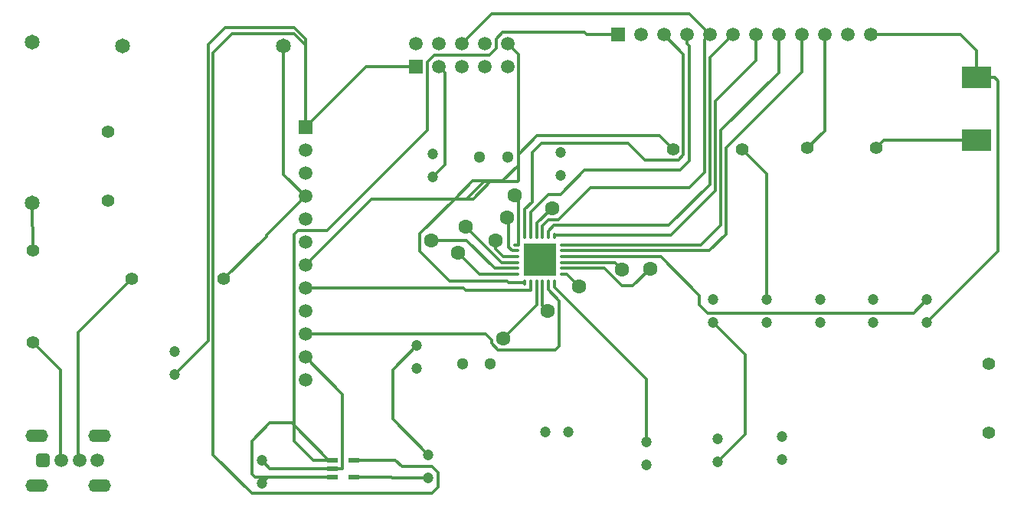
<source format=gtl>
%FSLAX25Y25*%
%MOIN*%
G70*
G01*
G75*
G04 Layer_Physical_Order=1*
G04 Layer_Color=255*
%ADD10O,0.02953X0.01181*%
%ADD11O,0.01181X0.02953*%
%ADD12R,0.14173X0.14173*%
%ADD13R,0.12992X0.09449*%
%ADD14R,0.05118X0.02165*%
%ADD15C,0.01181*%
%ADD16C,0.05512*%
%ADD17C,0.04724*%
%ADD18C,0.05118*%
%ADD19R,0.05906X0.05906*%
%ADD20C,0.05906*%
%ADD21R,0.05906X0.05906*%
%ADD22C,0.06496*%
%ADD23O,0.09843X0.05512*%
G04:AMPARAMS|DCode=24|XSize=59.84mil|YSize=59.84mil|CornerRadius=14.96mil|HoleSize=0mil|Usage=FLASHONLY|Rotation=270.000|XOffset=0mil|YOffset=0mil|HoleType=Round|Shape=RoundedRectangle|*
%AMROUNDEDRECTD24*
21,1,0.05984,0.02992,0,0,270.0*
21,1,0.02992,0.05984,0,0,270.0*
1,1,0.02992,-0.01496,-0.01496*
1,1,0.02992,-0.01496,0.01496*
1,1,0.02992,0.01496,0.01496*
1,1,0.02992,0.01496,-0.01496*
%
%ADD24ROUNDEDRECTD24*%
%ADD25C,0.05984*%
%ADD26C,0.06299*%
%ADD27C,0.01969*%
D10*
X441862Y430398D02*
D03*
Y427839D02*
D03*
Y425280D02*
D03*
Y422720D02*
D03*
Y420161D02*
D03*
Y417602D02*
D03*
X462138D02*
D03*
Y420161D02*
D03*
Y422720D02*
D03*
Y425280D02*
D03*
Y427839D02*
D03*
Y430398D02*
D03*
D11*
X445602Y413862D02*
D03*
X448161D02*
D03*
X450720D02*
D03*
X453280D02*
D03*
X455839D02*
D03*
X458398D02*
D03*
Y434138D02*
D03*
X455839D02*
D03*
X453280D02*
D03*
X450720D02*
D03*
X448161D02*
D03*
X445602D02*
D03*
D12*
X452000Y424000D02*
D03*
D13*
X642000Y503181D02*
D03*
Y475819D02*
D03*
D14*
X371224Y336740D02*
D03*
Y329260D02*
D03*
X361776D02*
D03*
Y333000D02*
D03*
Y336740D02*
D03*
D15*
X453280Y403820D02*
X455600Y401500D01*
X450720Y404320D02*
Y413862D01*
X436000Y389600D02*
X450720Y404320D01*
X388000Y376000D02*
X398500Y386500D01*
X388000Y354500D02*
Y376000D01*
Y354500D02*
X403500Y339000D01*
X527500Y396500D02*
X541500Y382500D01*
Y348000D02*
Y382500D01*
X529500Y336000D02*
X541500Y348000D01*
X231500Y428000D02*
Y438000D01*
X231000Y438500D02*
X231500Y438000D01*
X231000Y438500D02*
Y448500D01*
X334600Y352800D02*
X344240D01*
X326800Y345000D02*
X334600Y352800D01*
X326800Y330600D02*
Y345000D01*
Y330600D02*
X328140Y329260D01*
X331000Y336500D02*
X334500Y333000D01*
X361776D01*
X340500Y461000D02*
X350000Y451500D01*
X340500Y461000D02*
Y517000D01*
X251299Y392299D02*
X274500Y415500D01*
X251299Y337000D02*
Y392299D01*
X596000Y522000D02*
X635000D01*
X642000Y515000D01*
Y503181D02*
Y515000D01*
X314500Y415500D02*
X333000Y434000D01*
Y434500D01*
X350000Y451500D01*
X448161Y410500D02*
Y413862D01*
X419900Y410500D02*
X448161D01*
X418900Y411500D02*
X419900Y410500D01*
X350000Y411500D02*
X418900D01*
X350000Y381500D02*
X366200Y365300D01*
Y333000D02*
Y365300D01*
X361776Y333000D02*
X366200D01*
X620500Y396500D02*
X651600Y427600D01*
Y501581D01*
X650000Y503181D02*
X651600Y501581D01*
X642000Y503181D02*
X650000D01*
X350000Y391500D02*
X428400D01*
X431043Y388857D01*
Y387500D02*
Y388857D01*
Y387500D02*
X433943Y384600D01*
X458950D01*
X460600Y386250D01*
Y406000D01*
X455839Y410761D02*
X460600Y406000D01*
X455839Y410761D02*
Y413862D01*
X458398Y412031D02*
Y413862D01*
Y412031D02*
X498500Y371929D01*
Y344500D02*
Y371929D01*
X556000Y505387D02*
Y522000D01*
X530748Y480135D02*
X556000Y505387D01*
X530748Y438948D02*
Y480135D01*
X522198Y430398D02*
X530748Y438948D01*
X462138Y430398D02*
X522198D01*
X540000Y472000D02*
X550750Y461250D01*
Y406500D02*
Y461250D01*
X350000Y481500D02*
X376500Y508000D01*
X398000D01*
X614700Y400700D02*
X620500Y406500D01*
X525000Y400700D02*
X614700D01*
X521600Y404100D02*
X525000Y400700D01*
X521600Y404100D02*
Y408374D01*
X504694Y425280D02*
X521600Y408374D01*
X462138Y425280D02*
X504694D01*
X445602Y434138D02*
Y445850D01*
X448721Y448969D01*
Y470621D01*
X452800Y474700D01*
X490500D01*
X497800Y467400D01*
X512500D01*
X514600Y469500D01*
Y513400D01*
X506000Y522000D02*
X514600Y513400D01*
X504200Y477800D02*
X510000Y472000D01*
X450900Y477800D02*
X504200D01*
X442800Y469700D02*
X450900Y477800D01*
X442580Y457880D02*
X442800Y458100D01*
X430620Y457880D02*
X442580D01*
X423041Y450300D02*
X430620Y457880D01*
X350000Y421500D02*
X378800Y450300D01*
X438000Y518000D02*
X442800Y513200D01*
X420161Y450300D02*
X427741Y457880D01*
X566000Y505528D02*
Y522000D01*
X533110Y472638D02*
X566000Y505528D01*
X533110Y434978D02*
Y472638D01*
X525971Y427839D02*
X533110Y434978D01*
X462138Y427839D02*
X525971D01*
X419900Y438200D02*
X435380Y422720D01*
X441862D01*
X440000Y427839D02*
X441862D01*
X438614Y429225D02*
X440000Y427839D01*
X438614Y429225D02*
Y441486D01*
X437700Y442400D02*
X438614Y441486D01*
X435900Y458100D02*
X442800Y465000D01*
X422800Y458100D02*
X435900D01*
X399879Y427479D02*
Y435179D01*
Y427479D02*
X412783Y414575D01*
X437825D01*
X438600Y413800D01*
X445602D02*
Y413862D01*
X408000Y508000D02*
X410700Y505300D01*
Y465200D02*
Y505300D01*
X405500Y460000D02*
X410700Y465200D01*
X345200Y345000D02*
X353460Y336740D01*
X345200Y435000D02*
X346900Y436700D01*
X359600D01*
X403200Y480300D01*
Y510000D01*
X406200Y513000D01*
X430000D01*
X433000Y516000D01*
Y520000D01*
X435800Y522800D01*
X471600D01*
X472400Y522000D01*
X486000D01*
X371224Y329260D02*
X387400D01*
X387660Y329000D01*
X403500D01*
X568500Y472500D02*
X576000Y480000D01*
Y522000D01*
X462138Y417602D02*
X463917D01*
X469120Y412400D01*
X484680Y422720D02*
X487700Y419700D01*
X462138Y422720D02*
X484680D01*
X450720Y434138D02*
Y435000D01*
X450917Y435197D01*
Y440000D01*
X457317Y446400D01*
X457500D01*
X371224Y336740D02*
X389300D01*
X392140Y333900D01*
X405000D01*
X407700Y331200D01*
Y324800D02*
Y331200D01*
X405000Y322100D02*
X407700Y324800D01*
X326700Y322100D02*
X405000D01*
X309900Y338900D02*
X326700Y322100D01*
X309900Y338900D02*
Y513900D01*
X318300Y522300D01*
X345000D01*
X350000Y517300D01*
Y481500D02*
Y517300D01*
X293000Y374000D02*
X307700Y388700D01*
Y517500D01*
X315000Y524800D01*
X345000D01*
X350000Y519800D01*
X462138Y420161D02*
X480239D01*
X487900Y412500D01*
X492500D01*
X500000Y420000D01*
X448161Y434138D02*
Y444491D01*
X455921Y452250D01*
X460984D01*
X471634Y462900D01*
X513000D01*
X517000Y466900D01*
Y517000D01*
X516000Y518000D02*
X517000Y517000D01*
X516000Y518000D02*
Y522000D01*
X418000Y518000D02*
X431000Y531000D01*
X517000D01*
X526000Y522000D01*
X453280Y434138D02*
Y438603D01*
X455860Y441183D01*
X460000D01*
X474217Y455400D01*
X517100D01*
X523661Y461961D01*
Y519661D01*
X526000Y522000D01*
X458398Y434138D02*
Y434551D01*
X509051D02*
X528386Y453886D01*
Y492838D01*
X546000Y510452D01*
Y522000D01*
X455839Y434138D02*
Y436391D01*
X458269Y438821D01*
X508121D01*
X526024Y456724D01*
Y512024D01*
X536000Y522000D01*
X453280Y403820D02*
Y413862D01*
X416500Y426800D02*
X425698Y417602D01*
X441862D01*
X432425Y420161D02*
X441862D01*
X420186Y432400D02*
X432425Y420161D01*
X404800Y432400D02*
X420186D01*
X441300Y451900D02*
X442700Y450500D01*
X441862Y430398D02*
X442700D01*
X243425Y337000D02*
Y376075D01*
X231500Y388000D02*
X243425Y376075D01*
X598500Y472500D02*
X601819Y475819D01*
X642000D01*
X432879Y428652D02*
Y432401D01*
Y428652D02*
X436252Y425280D01*
X441862D01*
X331000Y326500D02*
X333760Y329260D01*
X361776D01*
X350000Y517300D02*
Y519800D01*
X458398Y434551D02*
X509051D01*
X399879Y435179D02*
X415000Y450300D01*
X422800Y458100D01*
X378800Y450300D02*
X415000D01*
X420161D01*
X423041D01*
X427741Y457880D02*
X430620D01*
X438600Y413800D02*
X445602D01*
X442800Y458100D02*
Y465000D01*
Y469700D01*
Y513200D01*
X442700Y430398D02*
Y450500D01*
X328140Y329260D02*
X333760D01*
X344240Y352800D02*
X345200Y351840D01*
X360300Y336740D01*
X345200Y345000D02*
Y351840D01*
Y435000D01*
X353460Y336740D02*
X360300D01*
X361776D01*
D16*
X568500Y472500D02*
D03*
X598500D02*
D03*
X231500Y428000D02*
D03*
Y388000D02*
D03*
X647500Y348500D02*
D03*
Y378500D02*
D03*
X510000Y472000D02*
D03*
X540000D02*
D03*
X264000Y449500D02*
D03*
Y479500D02*
D03*
X314500Y415500D02*
D03*
X274500D02*
D03*
D17*
X498500Y344500D02*
D03*
Y334500D02*
D03*
X529500Y346000D02*
D03*
Y336000D02*
D03*
X557500Y347000D02*
D03*
Y337000D02*
D03*
X461000Y470500D02*
D03*
Y460500D02*
D03*
X293000Y374000D02*
D03*
Y384000D02*
D03*
X403500Y329000D02*
D03*
Y339000D02*
D03*
X331000Y326500D02*
D03*
Y336500D02*
D03*
X527500Y406500D02*
D03*
Y396500D02*
D03*
X550750Y406500D02*
D03*
Y396500D02*
D03*
X574000Y406500D02*
D03*
Y396500D02*
D03*
X597250Y406500D02*
D03*
Y396500D02*
D03*
X620500Y406500D02*
D03*
Y396500D02*
D03*
X454500Y349000D02*
D03*
X464500D02*
D03*
X398500Y376500D02*
D03*
Y386500D02*
D03*
X405500Y470000D02*
D03*
Y460000D02*
D03*
D18*
X438102Y468500D02*
D03*
X425898D02*
D03*
X430602Y378500D02*
D03*
X418398D02*
D03*
D19*
X486000Y522000D02*
D03*
X398000Y508000D02*
D03*
D20*
X496000Y522000D02*
D03*
X506000D02*
D03*
X516000D02*
D03*
X526000D02*
D03*
X536000D02*
D03*
X546000D02*
D03*
X556000D02*
D03*
X566000D02*
D03*
X576000D02*
D03*
X586000D02*
D03*
X596000D02*
D03*
X350000Y471500D02*
D03*
Y461500D02*
D03*
Y451500D02*
D03*
Y441500D02*
D03*
Y431500D02*
D03*
Y421500D02*
D03*
Y411500D02*
D03*
Y401500D02*
D03*
Y391500D02*
D03*
Y381500D02*
D03*
Y371500D02*
D03*
X398000Y518000D02*
D03*
X408000Y508000D02*
D03*
Y518000D02*
D03*
X418000Y508000D02*
D03*
Y518000D02*
D03*
X428000Y508000D02*
D03*
Y518000D02*
D03*
X438000Y508000D02*
D03*
Y518000D02*
D03*
D21*
X350000Y481500D02*
D03*
D22*
X231000Y518500D02*
D03*
Y448500D02*
D03*
X270500Y517000D02*
D03*
X340500D02*
D03*
D23*
X260618Y347268D02*
D03*
Y325732D02*
D03*
X233059D02*
D03*
Y347268D02*
D03*
D24*
X235933Y336500D02*
D03*
D25*
X243807D02*
D03*
X251681D02*
D03*
X259555D02*
D03*
D26*
X455600Y401500D02*
D03*
X436000Y389600D02*
D03*
X419900Y438200D02*
D03*
X437700Y442400D02*
D03*
X452000Y424000D02*
D03*
X469120Y412400D02*
D03*
X487700Y419700D02*
D03*
X457500Y446400D02*
D03*
X500000Y420000D02*
D03*
X416500Y426800D02*
D03*
X404800Y432400D02*
D03*
X441300Y451900D02*
D03*
X432879Y432401D02*
D03*
D27*
X447669Y428331D02*
D03*
X452000D02*
D03*
X456331D02*
D03*
X447669Y424000D02*
D03*
X452000D02*
D03*
X456331D02*
D03*
X447669Y419669D02*
D03*
X452000D02*
D03*
X456331D02*
D03*
M02*

</source>
